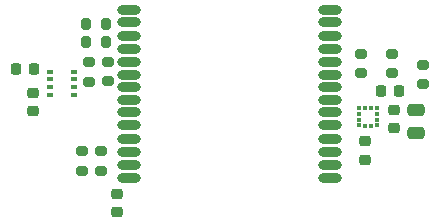
<source format=gbr>
%TF.GenerationSoftware,KiCad,Pcbnew,9.0.0*%
%TF.CreationDate,2025-06-13T20:30:42+03:00*%
%TF.ProjectId,BLE_sensors,424c455f-7365-46e7-936f-72732e6b6963,rev?*%
%TF.SameCoordinates,Original*%
%TF.FileFunction,Paste,Top*%
%TF.FilePolarity,Positive*%
%FSLAX46Y46*%
G04 Gerber Fmt 4.6, Leading zero omitted, Abs format (unit mm)*
G04 Created by KiCad (PCBNEW 9.0.0) date 2025-06-13 20:30:42*
%MOMM*%
%LPD*%
G01*
G04 APERTURE LIST*
G04 Aperture macros list*
%AMRoundRect*
0 Rectangle with rounded corners*
0 $1 Rounding radius*
0 $2 $3 $4 $5 $6 $7 $8 $9 X,Y pos of 4 corners*
0 Add a 4 corners polygon primitive as box body*
4,1,4,$2,$3,$4,$5,$6,$7,$8,$9,$2,$3,0*
0 Add four circle primitives for the rounded corners*
1,1,$1+$1,$2,$3*
1,1,$1+$1,$4,$5*
1,1,$1+$1,$6,$7*
1,1,$1+$1,$8,$9*
0 Add four rect primitives between the rounded corners*
20,1,$1+$1,$2,$3,$4,$5,0*
20,1,$1+$1,$4,$5,$6,$7,0*
20,1,$1+$1,$6,$7,$8,$9,0*
20,1,$1+$1,$8,$9,$2,$3,0*%
G04 Aperture macros list end*
%ADD10RoundRect,0.225000X-0.225000X-0.250000X0.225000X-0.250000X0.225000X0.250000X-0.225000X0.250000X0*%
%ADD11RoundRect,0.225000X-0.250000X0.225000X-0.250000X-0.225000X0.250000X-0.225000X0.250000X0.225000X0*%
%ADD12R,0.381000X0.355600*%
%ADD13R,0.355600X0.381000*%
%ADD14RoundRect,0.200000X-0.275000X0.200000X-0.275000X-0.200000X0.275000X-0.200000X0.275000X0.200000X0*%
%ADD15RoundRect,0.200000X0.275000X-0.200000X0.275000X0.200000X-0.275000X0.200000X-0.275000X-0.200000X0*%
%ADD16RoundRect,0.200000X-0.200000X-0.275000X0.200000X-0.275000X0.200000X0.275000X-0.200000X0.275000X0*%
%ADD17R,0.500000X0.350000*%
%ADD18RoundRect,0.225000X0.225000X0.250000X-0.225000X0.250000X-0.225000X-0.250000X0.225000X-0.250000X0*%
%ADD19RoundRect,0.250000X-0.475000X0.250000X-0.475000X-0.250000X0.475000X-0.250000X0.475000X0.250000X0*%
%ADD20O,2.000000X0.800000*%
G04 APERTURE END LIST*
D10*
%TO.C,C6*%
X154125000Y-76225000D03*
X155675000Y-76225000D03*
%TD*%
D11*
%TO.C,C3*%
X152775000Y-80475000D03*
X152775000Y-82025000D03*
%TD*%
D12*
%TO.C,U2*%
X152250000Y-77624874D03*
X152250000Y-78125000D03*
X152250000Y-78625126D03*
X152250000Y-79125252D03*
D13*
X152761937Y-79137063D03*
X153262063Y-79137063D03*
D12*
X153774000Y-79125252D03*
X153774000Y-78625126D03*
X153774000Y-78125000D03*
X153774000Y-77624874D03*
D13*
X153262063Y-77613063D03*
X152761937Y-77613063D03*
%TD*%
D14*
%TO.C,R14*%
X128800000Y-81330000D03*
X128800000Y-82980000D03*
%TD*%
D15*
%TO.C,R10*%
X130400000Y-82980000D03*
X130400000Y-81330000D03*
%TD*%
%TO.C,R1*%
X131000000Y-75365000D03*
X131000000Y-73715000D03*
%TD*%
D16*
%TO.C,R16*%
X129175000Y-72070000D03*
X130825000Y-72070000D03*
%TD*%
D17*
%TO.C,U1*%
X128125000Y-74585000D03*
X128125000Y-75235000D03*
X128125000Y-75885000D03*
X128125000Y-76535000D03*
X126075000Y-76535000D03*
X126075000Y-75885000D03*
X126075000Y-75235000D03*
X126075000Y-74585000D03*
%TD*%
D14*
%TO.C,R17*%
X157700000Y-73975000D03*
X157700000Y-75625000D03*
%TD*%
D18*
%TO.C,C2*%
X124755000Y-74310000D03*
X123205000Y-74310000D03*
%TD*%
D11*
%TO.C,C1*%
X124700000Y-76385000D03*
X124700000Y-77935000D03*
%TD*%
%TO.C,C4*%
X155200000Y-77800000D03*
X155200000Y-79350000D03*
%TD*%
D19*
%TO.C,C5*%
X157050000Y-77850000D03*
X157050000Y-79750000D03*
%TD*%
D15*
%TO.C,R2*%
X129430000Y-75435000D03*
X129430000Y-73785000D03*
%TD*%
D16*
%TO.C,R15*%
X129175000Y-70500000D03*
X130825000Y-70500000D03*
%TD*%
D14*
%TO.C,R18*%
X152400000Y-73075000D03*
X152400000Y-74725000D03*
%TD*%
D20*
%TO.C,U4*%
X132800000Y-69310000D03*
X132800000Y-70410000D03*
X132800000Y-71520000D03*
X132800000Y-72620000D03*
X132800000Y-73720000D03*
X132800000Y-74820000D03*
X132800000Y-75830000D03*
X132800000Y-76930000D03*
X132800000Y-78030000D03*
X132800000Y-79130000D03*
X132800000Y-80240000D03*
X132800000Y-81340000D03*
X132800000Y-82440000D03*
X132800000Y-83540000D03*
X149800000Y-83540000D03*
X149800000Y-82440000D03*
X149800000Y-81340000D03*
X149800000Y-80240000D03*
X149800000Y-79130000D03*
X149800000Y-78030000D03*
X149800000Y-76930000D03*
X149800000Y-75830000D03*
X149800000Y-74820000D03*
X149800000Y-73720000D03*
X149800000Y-72620000D03*
X149800000Y-71520000D03*
X149800000Y-70410000D03*
X149800000Y-69310000D03*
%TD*%
D11*
%TO.C,C14*%
X131770000Y-84935000D03*
X131770000Y-86485000D03*
%TD*%
D14*
%TO.C,R19*%
X155100000Y-73075000D03*
X155100000Y-74725000D03*
%TD*%
M02*

</source>
